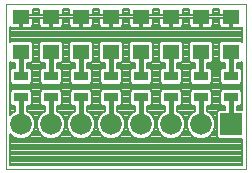
<source format=gtl>
G75*
G70*
%OFA0B0*%
%FSLAX24Y24*%
%IPPOS*%
%LPD*%
%AMOC8*
5,1,8,0,0,1.08239X$1,22.5*
%
%ADD10C,0.0000*%
%ADD11R,0.0551X0.0472*%
%ADD12R,0.0472X0.0315*%
%ADD13R,0.0720X0.0720*%
%ADD14C,0.0720*%
%ADD15C,0.0160*%
%ADD16C,0.0080*%
%ADD17C,0.0400*%
D10*
X000181Y000190D02*
X000181Y005675D01*
X008181Y005675D01*
X008181Y000190D01*
X000181Y000190D01*
D11*
X000681Y004085D03*
X001681Y004085D03*
X002681Y004085D03*
X003681Y004085D03*
X004681Y004085D03*
X005681Y004085D03*
X006681Y004085D03*
X007681Y004085D03*
X007681Y005266D03*
X006681Y005266D03*
X005681Y005266D03*
X004681Y005266D03*
X003681Y005266D03*
X002681Y005266D03*
X001681Y005266D03*
X000681Y005266D03*
D12*
X000681Y003280D03*
X000681Y002571D03*
X001681Y002571D03*
X001681Y003280D03*
X002681Y003280D03*
X002681Y002571D03*
X003681Y002571D03*
X004681Y002571D03*
X004681Y003280D03*
X003681Y003280D03*
X005681Y003280D03*
X005681Y002571D03*
X006681Y002571D03*
X006681Y003280D03*
X007681Y003280D03*
X007681Y002571D03*
D13*
X007681Y001675D03*
D14*
X006681Y001675D03*
X005681Y001675D03*
X004681Y001675D03*
X003681Y001675D03*
X002681Y001675D03*
X001681Y001675D03*
X000681Y001675D03*
D15*
X000681Y002571D01*
X000681Y003280D02*
X000681Y004085D01*
X001681Y004085D02*
X001681Y003280D01*
X001681Y002571D02*
X001681Y001675D01*
X002681Y001675D02*
X002681Y002571D01*
X002681Y003280D02*
X002681Y004085D01*
X003681Y004085D02*
X003681Y003280D01*
X004681Y003280D02*
X004681Y004085D01*
X005681Y004085D02*
X005681Y003280D01*
X005681Y002571D02*
X005681Y001675D01*
X004681Y001675D02*
X004681Y002571D01*
X003681Y002571D02*
X003681Y001675D01*
X006681Y001675D02*
X006681Y002571D01*
X006681Y003280D02*
X006681Y004085D01*
X007681Y004085D02*
X007681Y003280D01*
X007681Y002571D02*
X007681Y001675D01*
D16*
X007201Y001700D02*
X007161Y001700D01*
X007161Y001621D02*
X007201Y001621D01*
X007161Y001580D02*
X007088Y001403D01*
X006953Y001268D01*
X006777Y001195D01*
X006586Y001195D01*
X006409Y001268D01*
X006274Y001403D01*
X006201Y001580D01*
X006201Y001771D01*
X006274Y001947D01*
X006409Y002082D01*
X006481Y002112D01*
X006481Y002294D01*
X006395Y002294D01*
X006325Y002364D01*
X006325Y002778D01*
X006395Y002849D01*
X006967Y002849D01*
X007038Y002778D01*
X007038Y002364D01*
X006967Y002294D01*
X006881Y002294D01*
X006881Y002112D01*
X006953Y002082D01*
X007088Y001947D01*
X007161Y001771D01*
X007161Y001580D01*
X007146Y001543D02*
X007201Y001543D01*
X007201Y001464D02*
X007113Y001464D01*
X007070Y001386D02*
X007201Y001386D01*
X007201Y001307D02*
X006992Y001307D01*
X006857Y001229D02*
X007239Y001229D01*
X007272Y001195D02*
X008041Y001195D01*
X008041Y000330D01*
X000321Y000330D01*
X000321Y001357D01*
X000409Y001268D01*
X000586Y001195D01*
X000777Y001195D01*
X000953Y001268D01*
X001088Y001403D01*
X001161Y001580D01*
X001161Y001771D01*
X001088Y001947D01*
X000953Y002082D01*
X000881Y002112D01*
X000881Y002294D01*
X000967Y002294D01*
X001038Y002364D01*
X001038Y002778D01*
X000967Y002849D01*
X000395Y002849D01*
X000325Y002778D01*
X000325Y002364D01*
X000395Y002294D01*
X000481Y002294D01*
X000481Y002112D01*
X000409Y002082D01*
X000321Y001994D01*
X000321Y003763D01*
X000356Y003729D01*
X000481Y003729D01*
X000481Y003557D01*
X000395Y003557D01*
X000325Y003487D01*
X000325Y003073D01*
X000395Y003002D01*
X000967Y003002D01*
X001038Y003073D01*
X001038Y003487D01*
X000967Y003557D01*
X000881Y003557D01*
X000881Y003729D01*
X001007Y003729D01*
X001077Y003799D01*
X001077Y004371D01*
X001007Y004441D01*
X000356Y004441D01*
X000321Y004406D01*
X000321Y004916D01*
X000348Y004890D01*
X000641Y004890D01*
X000641Y005226D01*
X000721Y005226D01*
X000721Y004890D01*
X001015Y004890D01*
X001097Y004972D01*
X001097Y005226D01*
X000722Y005226D01*
X000722Y005306D01*
X001097Y005306D01*
X001097Y005535D01*
X001266Y005535D01*
X001266Y005306D01*
X001641Y005306D01*
X001641Y005226D01*
X001266Y005226D01*
X001266Y004972D01*
X001348Y004890D01*
X001641Y004890D01*
X001641Y005226D01*
X001721Y005226D01*
X001721Y004890D01*
X002015Y004890D01*
X002097Y004972D01*
X002097Y005226D01*
X001722Y005226D01*
X001722Y005306D01*
X002097Y005306D01*
X002097Y005535D01*
X002266Y005535D01*
X002266Y005306D01*
X002641Y005306D01*
X002641Y005226D01*
X002266Y005226D01*
X002266Y004972D01*
X002348Y004890D01*
X002641Y004890D01*
X002641Y005226D01*
X002721Y005226D01*
X002721Y004890D01*
X003015Y004890D01*
X003097Y004972D01*
X003097Y005226D01*
X002722Y005226D01*
X002722Y005306D01*
X003097Y005306D01*
X003097Y005535D01*
X003266Y005535D01*
X003266Y005306D01*
X003641Y005306D01*
X003641Y005226D01*
X003266Y005226D01*
X003266Y004972D01*
X003348Y004890D01*
X003641Y004890D01*
X003641Y005226D01*
X003721Y005226D01*
X003721Y004890D01*
X004015Y004890D01*
X004097Y004972D01*
X004097Y005226D01*
X003722Y005226D01*
X003722Y005306D01*
X004097Y005306D01*
X004097Y005535D01*
X004266Y005535D01*
X004266Y005306D01*
X004641Y005306D01*
X004641Y005226D01*
X004266Y005226D01*
X004266Y004972D01*
X004348Y004890D01*
X004641Y004890D01*
X004641Y005226D01*
X004721Y005226D01*
X004721Y004890D01*
X005015Y004890D01*
X005097Y004972D01*
X005097Y005226D01*
X004722Y005226D01*
X004722Y005306D01*
X005097Y005306D01*
X005097Y005535D01*
X005266Y005535D01*
X005266Y005306D01*
X005641Y005306D01*
X005641Y005226D01*
X005266Y005226D01*
X005266Y004972D01*
X005348Y004890D01*
X005641Y004890D01*
X005641Y005226D01*
X005721Y005226D01*
X005721Y004890D01*
X006015Y004890D01*
X006097Y004972D01*
X006097Y005226D01*
X005722Y005226D01*
X005722Y005306D01*
X006097Y005306D01*
X006097Y005535D01*
X006266Y005535D01*
X006266Y005306D01*
X006641Y005306D01*
X006641Y005226D01*
X006266Y005226D01*
X006266Y004972D01*
X006348Y004890D01*
X006641Y004890D01*
X006641Y005226D01*
X006721Y005226D01*
X006721Y004890D01*
X007015Y004890D01*
X007097Y004972D01*
X007097Y005226D01*
X006722Y005226D01*
X006722Y005306D01*
X007097Y005306D01*
X007097Y005535D01*
X007266Y005535D01*
X007266Y005306D01*
X007641Y005306D01*
X007641Y005226D01*
X007266Y005226D01*
X007266Y004972D01*
X007348Y004890D01*
X007641Y004890D01*
X007641Y005226D01*
X007721Y005226D01*
X007721Y004890D01*
X008015Y004890D01*
X008041Y004916D01*
X008041Y004406D01*
X008007Y004441D01*
X007356Y004441D01*
X007286Y004371D01*
X007286Y003799D01*
X007356Y003729D01*
X007481Y003729D01*
X007481Y003557D01*
X007395Y003557D01*
X007325Y003487D01*
X007325Y003073D01*
X007395Y003002D01*
X007967Y003002D01*
X008038Y003073D01*
X008038Y003487D01*
X007967Y003557D01*
X007881Y003557D01*
X007881Y003729D01*
X008007Y003729D01*
X008041Y003763D01*
X008041Y002155D01*
X007881Y002155D01*
X007881Y002294D01*
X007967Y002294D01*
X008038Y002364D01*
X008038Y002778D01*
X007967Y002849D01*
X007395Y002849D01*
X007325Y002778D01*
X007325Y002364D01*
X007395Y002294D01*
X007481Y002294D01*
X007481Y002155D01*
X007272Y002155D01*
X007201Y002085D01*
X007201Y001266D01*
X007272Y001195D01*
X006506Y001229D02*
X005857Y001229D01*
X005777Y001195D02*
X005953Y001268D01*
X006088Y001403D01*
X006161Y001580D01*
X006161Y001771D01*
X006088Y001947D01*
X005953Y002082D01*
X005881Y002112D01*
X005881Y002294D01*
X005967Y002294D01*
X006038Y002364D01*
X006038Y002778D01*
X005967Y002849D01*
X005395Y002849D01*
X005325Y002778D01*
X005325Y002364D01*
X005395Y002294D01*
X005481Y002294D01*
X005481Y002112D01*
X005409Y002082D01*
X005274Y001947D01*
X005201Y001771D01*
X005201Y001580D01*
X005274Y001403D01*
X005409Y001268D01*
X005586Y001195D01*
X005777Y001195D01*
X005992Y001307D02*
X006371Y001307D01*
X006292Y001386D02*
X006070Y001386D01*
X006113Y001464D02*
X006249Y001464D01*
X006217Y001543D02*
X006146Y001543D01*
X006161Y001621D02*
X006201Y001621D01*
X006201Y001700D02*
X006161Y001700D01*
X006158Y001778D02*
X006205Y001778D01*
X006237Y001857D02*
X006126Y001857D01*
X006093Y001935D02*
X006270Y001935D01*
X006341Y002014D02*
X006022Y002014D01*
X005929Y002093D02*
X006434Y002093D01*
X006481Y002171D02*
X005881Y002171D01*
X005881Y002250D02*
X006481Y002250D01*
X006361Y002328D02*
X006002Y002328D01*
X006038Y002407D02*
X006325Y002407D01*
X006325Y002485D02*
X006038Y002485D01*
X006038Y002564D02*
X006325Y002564D01*
X006325Y002642D02*
X006038Y002642D01*
X006038Y002721D02*
X006325Y002721D01*
X006346Y002799D02*
X006016Y002799D01*
X005967Y003002D02*
X006038Y003073D01*
X006038Y003487D01*
X005967Y003557D01*
X005881Y003557D01*
X005881Y003729D01*
X006007Y003729D01*
X006077Y003799D01*
X006077Y004371D01*
X006007Y004441D01*
X005356Y004441D01*
X005286Y004371D01*
X005286Y003799D01*
X005356Y003729D01*
X005481Y003729D01*
X005481Y003557D01*
X005395Y003557D01*
X005325Y003487D01*
X005325Y003073D01*
X005395Y003002D01*
X005967Y003002D01*
X006000Y003035D02*
X006363Y003035D01*
X006395Y003002D02*
X006967Y003002D01*
X007038Y003073D01*
X007038Y003487D01*
X006967Y003557D01*
X006881Y003557D01*
X006881Y003729D01*
X007007Y003729D01*
X007077Y003799D01*
X007077Y004371D01*
X007007Y004441D01*
X006356Y004441D01*
X006286Y004371D01*
X006286Y003799D01*
X006356Y003729D01*
X006481Y003729D01*
X006481Y003557D01*
X006395Y003557D01*
X006325Y003487D01*
X006325Y003073D01*
X006395Y003002D01*
X006325Y003114D02*
X006038Y003114D01*
X006038Y003192D02*
X006325Y003192D01*
X006325Y003271D02*
X006038Y003271D01*
X006038Y003349D02*
X006325Y003349D01*
X006325Y003428D02*
X006038Y003428D01*
X006018Y003506D02*
X006345Y003506D01*
X006481Y003585D02*
X005881Y003585D01*
X005881Y003663D02*
X006481Y003663D01*
X006343Y003742D02*
X006020Y003742D01*
X006077Y003820D02*
X006286Y003820D01*
X006286Y003899D02*
X006077Y003899D01*
X006077Y003978D02*
X006286Y003978D01*
X006286Y004056D02*
X006077Y004056D01*
X006077Y004135D02*
X006286Y004135D01*
X006286Y004213D02*
X006077Y004213D01*
X006077Y004292D02*
X006286Y004292D01*
X006286Y004370D02*
X006077Y004370D01*
X006045Y004920D02*
X006317Y004920D01*
X006266Y004999D02*
X006097Y004999D01*
X006097Y005077D02*
X006266Y005077D01*
X006266Y005156D02*
X006097Y005156D01*
X006097Y005313D02*
X006266Y005313D01*
X006266Y005391D02*
X006097Y005391D01*
X006097Y005470D02*
X006266Y005470D01*
X006641Y005234D02*
X005722Y005234D01*
X005641Y005234D02*
X004722Y005234D01*
X004641Y005234D02*
X003722Y005234D01*
X003641Y005234D02*
X002722Y005234D01*
X002641Y005234D02*
X001722Y005234D01*
X001641Y005234D02*
X000722Y005234D01*
X000721Y005156D02*
X000641Y005156D01*
X000641Y005077D02*
X000721Y005077D01*
X000721Y004999D02*
X000641Y004999D01*
X000641Y004920D02*
X000721Y004920D01*
X001045Y004920D02*
X001317Y004920D01*
X001266Y004999D02*
X001097Y004999D01*
X001097Y005077D02*
X001266Y005077D01*
X001266Y005156D02*
X001097Y005156D01*
X001097Y005313D02*
X001266Y005313D01*
X001266Y005391D02*
X001097Y005391D01*
X001097Y005470D02*
X001266Y005470D01*
X001641Y005156D02*
X001721Y005156D01*
X001721Y005077D02*
X001641Y005077D01*
X001641Y004999D02*
X001721Y004999D01*
X001721Y004920D02*
X001641Y004920D01*
X002045Y004920D02*
X002317Y004920D01*
X002266Y004999D02*
X002097Y004999D01*
X002097Y005077D02*
X002266Y005077D01*
X002266Y005156D02*
X002097Y005156D01*
X002097Y005313D02*
X002266Y005313D01*
X002266Y005391D02*
X002097Y005391D01*
X002097Y005470D02*
X002266Y005470D01*
X002641Y005156D02*
X002721Y005156D01*
X002721Y005077D02*
X002641Y005077D01*
X002641Y004999D02*
X002721Y004999D01*
X002721Y004920D02*
X002641Y004920D01*
X003045Y004920D02*
X003317Y004920D01*
X003266Y004999D02*
X003097Y004999D01*
X003097Y005077D02*
X003266Y005077D01*
X003266Y005156D02*
X003097Y005156D01*
X003097Y005313D02*
X003266Y005313D01*
X003266Y005391D02*
X003097Y005391D01*
X003097Y005470D02*
X003266Y005470D01*
X003641Y005156D02*
X003721Y005156D01*
X003721Y005077D02*
X003641Y005077D01*
X003641Y004999D02*
X003721Y004999D01*
X003721Y004920D02*
X003641Y004920D01*
X004045Y004920D02*
X004317Y004920D01*
X004266Y004999D02*
X004097Y004999D01*
X004097Y005077D02*
X004266Y005077D01*
X004266Y005156D02*
X004097Y005156D01*
X004097Y005313D02*
X004266Y005313D01*
X004266Y005391D02*
X004097Y005391D01*
X004097Y005470D02*
X004266Y005470D01*
X004641Y005156D02*
X004721Y005156D01*
X004721Y005077D02*
X004641Y005077D01*
X004641Y004999D02*
X004721Y004999D01*
X004721Y004920D02*
X004641Y004920D01*
X005045Y004920D02*
X005317Y004920D01*
X005266Y004999D02*
X005097Y004999D01*
X005097Y005077D02*
X005266Y005077D01*
X005266Y005156D02*
X005097Y005156D01*
X005097Y005313D02*
X005266Y005313D01*
X005266Y005391D02*
X005097Y005391D01*
X005097Y005470D02*
X005266Y005470D01*
X005641Y005156D02*
X005721Y005156D01*
X005721Y005077D02*
X005641Y005077D01*
X005641Y004999D02*
X005721Y004999D01*
X005721Y004920D02*
X005641Y004920D01*
X005077Y004371D02*
X005007Y004441D01*
X004356Y004441D01*
X004286Y004371D01*
X004286Y003799D01*
X004356Y003729D01*
X004481Y003729D01*
X004481Y003557D01*
X004395Y003557D01*
X004325Y003487D01*
X004325Y003073D01*
X004395Y003002D01*
X004967Y003002D01*
X005038Y003073D01*
X005038Y003487D01*
X004967Y003557D01*
X004881Y003557D01*
X004881Y003729D01*
X005007Y003729D01*
X005077Y003799D01*
X005077Y004371D01*
X005077Y004370D02*
X005286Y004370D01*
X005286Y004292D02*
X005077Y004292D01*
X005077Y004213D02*
X005286Y004213D01*
X005286Y004135D02*
X005077Y004135D01*
X005077Y004056D02*
X005286Y004056D01*
X005286Y003978D02*
X005077Y003978D01*
X005077Y003899D02*
X005286Y003899D01*
X005286Y003820D02*
X005077Y003820D01*
X005020Y003742D02*
X005343Y003742D01*
X005481Y003663D02*
X004881Y003663D01*
X004881Y003585D02*
X005481Y003585D01*
X005345Y003506D02*
X005018Y003506D01*
X005038Y003428D02*
X005325Y003428D01*
X005325Y003349D02*
X005038Y003349D01*
X005038Y003271D02*
X005325Y003271D01*
X005325Y003192D02*
X005038Y003192D01*
X005038Y003114D02*
X005325Y003114D01*
X005363Y003035D02*
X005000Y003035D01*
X004967Y002849D02*
X004395Y002849D01*
X004325Y002778D01*
X004325Y002364D01*
X004395Y002294D01*
X004481Y002294D01*
X004481Y002112D01*
X004409Y002082D01*
X004274Y001947D01*
X004201Y001771D01*
X004201Y001580D01*
X004274Y001403D01*
X004409Y001268D01*
X004586Y001195D01*
X004777Y001195D01*
X004953Y001268D01*
X005088Y001403D01*
X005161Y001580D01*
X005161Y001771D01*
X005088Y001947D01*
X004953Y002082D01*
X004881Y002112D01*
X004881Y002294D01*
X004967Y002294D01*
X005038Y002364D01*
X005038Y002778D01*
X004967Y002849D01*
X005016Y002799D02*
X005346Y002799D01*
X005325Y002721D02*
X005038Y002721D01*
X005038Y002642D02*
X005325Y002642D01*
X005325Y002564D02*
X005038Y002564D01*
X005038Y002485D02*
X005325Y002485D01*
X005325Y002407D02*
X005038Y002407D01*
X005002Y002328D02*
X005361Y002328D01*
X005481Y002250D02*
X004881Y002250D01*
X004881Y002171D02*
X005481Y002171D01*
X005434Y002093D02*
X004929Y002093D01*
X005022Y002014D02*
X005341Y002014D01*
X005270Y001935D02*
X005093Y001935D01*
X005126Y001857D02*
X005237Y001857D01*
X005205Y001778D02*
X005158Y001778D01*
X005161Y001700D02*
X005201Y001700D01*
X005201Y001621D02*
X005161Y001621D01*
X005146Y001543D02*
X005217Y001543D01*
X005249Y001464D02*
X005113Y001464D01*
X005070Y001386D02*
X005292Y001386D01*
X005371Y001307D02*
X004992Y001307D01*
X004857Y001229D02*
X005506Y001229D01*
X004506Y001229D02*
X003857Y001229D01*
X003777Y001195D02*
X003953Y001268D01*
X004088Y001403D01*
X004161Y001580D01*
X004161Y001771D01*
X004088Y001947D01*
X003953Y002082D01*
X003881Y002112D01*
X003881Y002294D01*
X003967Y002294D01*
X004038Y002364D01*
X004038Y002778D01*
X003967Y002849D01*
X003395Y002849D01*
X003325Y002778D01*
X003325Y002364D01*
X003395Y002294D01*
X003481Y002294D01*
X003481Y002112D01*
X003409Y002082D01*
X003274Y001947D01*
X003201Y001771D01*
X003201Y001580D01*
X003274Y001403D01*
X003409Y001268D01*
X003586Y001195D01*
X003777Y001195D01*
X003992Y001307D02*
X004371Y001307D01*
X004292Y001386D02*
X004070Y001386D01*
X004113Y001464D02*
X004249Y001464D01*
X004217Y001543D02*
X004146Y001543D01*
X004161Y001621D02*
X004201Y001621D01*
X004201Y001700D02*
X004161Y001700D01*
X004158Y001778D02*
X004205Y001778D01*
X004237Y001857D02*
X004126Y001857D01*
X004093Y001935D02*
X004270Y001935D01*
X004341Y002014D02*
X004022Y002014D01*
X003929Y002093D02*
X004434Y002093D01*
X004481Y002171D02*
X003881Y002171D01*
X003881Y002250D02*
X004481Y002250D01*
X004361Y002328D02*
X004002Y002328D01*
X004038Y002407D02*
X004325Y002407D01*
X004325Y002485D02*
X004038Y002485D01*
X004038Y002564D02*
X004325Y002564D01*
X004325Y002642D02*
X004038Y002642D01*
X004038Y002721D02*
X004325Y002721D01*
X004346Y002799D02*
X004016Y002799D01*
X003967Y003002D02*
X004038Y003073D01*
X004038Y003487D01*
X003967Y003557D01*
X003881Y003557D01*
X003881Y003729D01*
X004007Y003729D01*
X004077Y003799D01*
X004077Y004371D01*
X004007Y004441D01*
X003356Y004441D01*
X003286Y004371D01*
X003286Y003799D01*
X003356Y003729D01*
X003481Y003729D01*
X003481Y003557D01*
X003395Y003557D01*
X003325Y003487D01*
X003325Y003073D01*
X003395Y003002D01*
X003967Y003002D01*
X004000Y003035D02*
X004363Y003035D01*
X004325Y003114D02*
X004038Y003114D01*
X004038Y003192D02*
X004325Y003192D01*
X004325Y003271D02*
X004038Y003271D01*
X004038Y003349D02*
X004325Y003349D01*
X004325Y003428D02*
X004038Y003428D01*
X004018Y003506D02*
X004345Y003506D01*
X004481Y003585D02*
X003881Y003585D01*
X003881Y003663D02*
X004481Y003663D01*
X004343Y003742D02*
X004020Y003742D01*
X004077Y003820D02*
X004286Y003820D01*
X004286Y003899D02*
X004077Y003899D01*
X004077Y003978D02*
X004286Y003978D01*
X004286Y004056D02*
X004077Y004056D01*
X004077Y004135D02*
X004286Y004135D01*
X004286Y004213D02*
X004077Y004213D01*
X004077Y004292D02*
X004286Y004292D01*
X004286Y004370D02*
X004077Y004370D01*
X003286Y004370D02*
X003077Y004370D01*
X003077Y004371D02*
X003007Y004441D01*
X002356Y004441D01*
X002286Y004371D01*
X002286Y003799D01*
X002356Y003729D01*
X002481Y003729D01*
X002481Y003557D01*
X002395Y003557D01*
X002325Y003487D01*
X002325Y003073D01*
X002395Y003002D01*
X002967Y003002D01*
X003038Y003073D01*
X003038Y003487D01*
X002967Y003557D01*
X002881Y003557D01*
X002881Y003729D01*
X003007Y003729D01*
X003077Y003799D01*
X003077Y004371D01*
X003077Y004292D02*
X003286Y004292D01*
X003286Y004213D02*
X003077Y004213D01*
X003077Y004135D02*
X003286Y004135D01*
X003286Y004056D02*
X003077Y004056D01*
X003077Y003978D02*
X003286Y003978D01*
X003286Y003899D02*
X003077Y003899D01*
X003077Y003820D02*
X003286Y003820D01*
X003343Y003742D02*
X003020Y003742D01*
X002881Y003663D02*
X003481Y003663D01*
X003481Y003585D02*
X002881Y003585D01*
X003018Y003506D02*
X003345Y003506D01*
X003325Y003428D02*
X003038Y003428D01*
X003038Y003349D02*
X003325Y003349D01*
X003325Y003271D02*
X003038Y003271D01*
X003038Y003192D02*
X003325Y003192D01*
X003325Y003114D02*
X003038Y003114D01*
X003000Y003035D02*
X003363Y003035D01*
X003346Y002799D02*
X003016Y002799D01*
X003038Y002778D02*
X002967Y002849D01*
X002395Y002849D01*
X002325Y002778D01*
X002325Y002364D01*
X002395Y002294D01*
X002481Y002294D01*
X002481Y002112D01*
X002409Y002082D01*
X002274Y001947D01*
X002201Y001771D01*
X002201Y001580D01*
X002274Y001403D01*
X002409Y001268D01*
X002586Y001195D01*
X002777Y001195D01*
X002953Y001268D01*
X003088Y001403D01*
X003161Y001580D01*
X003161Y001771D01*
X003088Y001947D01*
X002953Y002082D01*
X002881Y002112D01*
X002881Y002294D01*
X002967Y002294D01*
X003038Y002364D01*
X003038Y002778D01*
X003038Y002721D02*
X003325Y002721D01*
X003325Y002642D02*
X003038Y002642D01*
X003038Y002564D02*
X003325Y002564D01*
X003325Y002485D02*
X003038Y002485D01*
X003038Y002407D02*
X003325Y002407D01*
X003361Y002328D02*
X003002Y002328D01*
X002881Y002250D02*
X003481Y002250D01*
X003481Y002171D02*
X002881Y002171D01*
X002929Y002093D02*
X003434Y002093D01*
X003341Y002014D02*
X003022Y002014D01*
X003093Y001935D02*
X003270Y001935D01*
X003237Y001857D02*
X003126Y001857D01*
X003158Y001778D02*
X003205Y001778D01*
X003201Y001700D02*
X003161Y001700D01*
X003161Y001621D02*
X003201Y001621D01*
X003217Y001543D02*
X003146Y001543D01*
X003113Y001464D02*
X003249Y001464D01*
X003292Y001386D02*
X003070Y001386D01*
X002992Y001307D02*
X003371Y001307D01*
X003506Y001229D02*
X002857Y001229D01*
X002506Y001229D02*
X001857Y001229D01*
X001777Y001195D02*
X001953Y001268D01*
X002088Y001403D01*
X002161Y001580D01*
X002161Y001771D01*
X002088Y001947D01*
X001953Y002082D01*
X001881Y002112D01*
X001881Y002294D01*
X001967Y002294D01*
X002038Y002364D01*
X002038Y002778D01*
X001967Y002849D01*
X001395Y002849D01*
X001325Y002778D01*
X001325Y002364D01*
X001395Y002294D01*
X001481Y002294D01*
X001481Y002112D01*
X001409Y002082D01*
X001274Y001947D01*
X001201Y001771D01*
X001201Y001580D01*
X001274Y001403D01*
X001409Y001268D01*
X001586Y001195D01*
X001777Y001195D01*
X001992Y001307D02*
X002371Y001307D01*
X002292Y001386D02*
X002070Y001386D01*
X002113Y001464D02*
X002249Y001464D01*
X002217Y001543D02*
X002146Y001543D01*
X002161Y001621D02*
X002201Y001621D01*
X002201Y001700D02*
X002161Y001700D01*
X002158Y001778D02*
X002205Y001778D01*
X002237Y001857D02*
X002126Y001857D01*
X002093Y001935D02*
X002270Y001935D01*
X002341Y002014D02*
X002022Y002014D01*
X001929Y002093D02*
X002434Y002093D01*
X002481Y002171D02*
X001881Y002171D01*
X001881Y002250D02*
X002481Y002250D01*
X002361Y002328D02*
X002002Y002328D01*
X002038Y002407D02*
X002325Y002407D01*
X002325Y002485D02*
X002038Y002485D01*
X002038Y002564D02*
X002325Y002564D01*
X002325Y002642D02*
X002038Y002642D01*
X002038Y002721D02*
X002325Y002721D01*
X002346Y002799D02*
X002016Y002799D01*
X001967Y003002D02*
X002038Y003073D01*
X002038Y003487D01*
X001967Y003557D01*
X001881Y003557D01*
X001881Y003729D01*
X002007Y003729D01*
X002077Y003799D01*
X002077Y004371D01*
X002007Y004441D01*
X001356Y004441D01*
X001286Y004371D01*
X001286Y003799D01*
X001356Y003729D01*
X001481Y003729D01*
X001481Y003557D01*
X001395Y003557D01*
X001325Y003487D01*
X001325Y003073D01*
X001395Y003002D01*
X001967Y003002D01*
X002000Y003035D02*
X002363Y003035D01*
X002325Y003114D02*
X002038Y003114D01*
X002038Y003192D02*
X002325Y003192D01*
X002325Y003271D02*
X002038Y003271D01*
X002038Y003349D02*
X002325Y003349D01*
X002325Y003428D02*
X002038Y003428D01*
X002018Y003506D02*
X002345Y003506D01*
X002481Y003585D02*
X001881Y003585D01*
X001881Y003663D02*
X002481Y003663D01*
X002343Y003742D02*
X002020Y003742D01*
X002077Y003820D02*
X002286Y003820D01*
X002286Y003899D02*
X002077Y003899D01*
X002077Y003978D02*
X002286Y003978D01*
X002286Y004056D02*
X002077Y004056D01*
X002077Y004135D02*
X002286Y004135D01*
X002286Y004213D02*
X002077Y004213D01*
X002077Y004292D02*
X002286Y004292D01*
X002286Y004370D02*
X002077Y004370D01*
X001286Y004370D02*
X001077Y004370D01*
X001077Y004292D02*
X001286Y004292D01*
X001286Y004213D02*
X001077Y004213D01*
X001077Y004135D02*
X001286Y004135D01*
X001286Y004056D02*
X001077Y004056D01*
X001077Y003978D02*
X001286Y003978D01*
X001286Y003899D02*
X001077Y003899D01*
X001077Y003820D02*
X001286Y003820D01*
X001343Y003742D02*
X001020Y003742D01*
X000881Y003663D02*
X001481Y003663D01*
X001481Y003585D02*
X000881Y003585D01*
X001018Y003506D02*
X001345Y003506D01*
X001325Y003428D02*
X001038Y003428D01*
X001038Y003349D02*
X001325Y003349D01*
X001325Y003271D02*
X001038Y003271D01*
X001038Y003192D02*
X001325Y003192D01*
X001325Y003114D02*
X001038Y003114D01*
X001000Y003035D02*
X001363Y003035D01*
X001346Y002799D02*
X001016Y002799D01*
X001038Y002721D02*
X001325Y002721D01*
X001325Y002642D02*
X001038Y002642D01*
X001038Y002564D02*
X001325Y002564D01*
X001325Y002485D02*
X001038Y002485D01*
X001038Y002407D02*
X001325Y002407D01*
X001361Y002328D02*
X001002Y002328D01*
X000881Y002250D02*
X001481Y002250D01*
X001481Y002171D02*
X000881Y002171D01*
X000929Y002093D02*
X001434Y002093D01*
X001341Y002014D02*
X001022Y002014D01*
X001093Y001935D02*
X001270Y001935D01*
X001237Y001857D02*
X001126Y001857D01*
X001158Y001778D02*
X001205Y001778D01*
X001201Y001700D02*
X001161Y001700D01*
X001161Y001621D02*
X001201Y001621D01*
X001217Y001543D02*
X001146Y001543D01*
X001113Y001464D02*
X001249Y001464D01*
X001292Y001386D02*
X001070Y001386D01*
X000992Y001307D02*
X001371Y001307D01*
X001506Y001229D02*
X000857Y001229D01*
X000506Y001229D02*
X000321Y001229D01*
X000321Y001150D02*
X008041Y001150D01*
X008041Y001071D02*
X000321Y001071D01*
X000321Y000993D02*
X008041Y000993D01*
X008041Y000914D02*
X000321Y000914D01*
X000321Y000836D02*
X008041Y000836D01*
X008041Y000757D02*
X000321Y000757D01*
X000321Y000679D02*
X008041Y000679D01*
X008041Y000600D02*
X000321Y000600D01*
X000321Y000522D02*
X008041Y000522D01*
X008041Y000443D02*
X000321Y000443D01*
X000321Y000365D02*
X008041Y000365D01*
X007201Y001778D02*
X007158Y001778D01*
X007126Y001857D02*
X007201Y001857D01*
X007201Y001935D02*
X007093Y001935D01*
X007022Y002014D02*
X007201Y002014D01*
X007209Y002093D02*
X006929Y002093D01*
X006881Y002171D02*
X007481Y002171D01*
X007481Y002250D02*
X006881Y002250D01*
X007002Y002328D02*
X007361Y002328D01*
X007325Y002407D02*
X007038Y002407D01*
X007038Y002485D02*
X007325Y002485D01*
X007325Y002564D02*
X007038Y002564D01*
X007038Y002642D02*
X007325Y002642D01*
X007325Y002721D02*
X007038Y002721D01*
X007016Y002799D02*
X007346Y002799D01*
X007363Y003035D02*
X007000Y003035D01*
X007038Y003114D02*
X007325Y003114D01*
X007325Y003192D02*
X007038Y003192D01*
X007038Y003271D02*
X007325Y003271D01*
X007325Y003349D02*
X007038Y003349D01*
X007038Y003428D02*
X007325Y003428D01*
X007345Y003506D02*
X007018Y003506D01*
X006881Y003585D02*
X007481Y003585D01*
X007481Y003663D02*
X006881Y003663D01*
X007020Y003742D02*
X007343Y003742D01*
X007286Y003820D02*
X007077Y003820D01*
X007077Y003899D02*
X007286Y003899D01*
X007286Y003978D02*
X007077Y003978D01*
X007077Y004056D02*
X007286Y004056D01*
X007286Y004135D02*
X007077Y004135D01*
X007077Y004213D02*
X007286Y004213D01*
X007286Y004292D02*
X007077Y004292D01*
X007077Y004370D02*
X007286Y004370D01*
X007317Y004920D02*
X007045Y004920D01*
X007097Y004999D02*
X007266Y004999D01*
X007266Y005077D02*
X007097Y005077D01*
X007097Y005156D02*
X007266Y005156D01*
X007266Y005313D02*
X007097Y005313D01*
X007097Y005391D02*
X007266Y005391D01*
X007266Y005470D02*
X007097Y005470D01*
X006722Y005234D02*
X007641Y005234D01*
X007641Y005156D02*
X007721Y005156D01*
X007721Y005077D02*
X007641Y005077D01*
X007641Y004999D02*
X007721Y004999D01*
X007721Y004920D02*
X007641Y004920D01*
X008041Y004842D02*
X000321Y004842D01*
X000321Y004763D02*
X008041Y004763D01*
X008041Y004684D02*
X000321Y004684D01*
X000321Y004606D02*
X008041Y004606D01*
X008041Y004527D02*
X000321Y004527D01*
X000321Y004449D02*
X008041Y004449D01*
X008020Y003742D02*
X008041Y003742D01*
X008041Y003663D02*
X007881Y003663D01*
X007881Y003585D02*
X008041Y003585D01*
X008041Y003506D02*
X008018Y003506D01*
X008038Y003428D02*
X008041Y003428D01*
X008038Y003349D02*
X008041Y003349D01*
X008038Y003271D02*
X008041Y003271D01*
X008038Y003192D02*
X008041Y003192D01*
X008038Y003114D02*
X008041Y003114D01*
X008041Y003035D02*
X008000Y003035D01*
X008041Y002956D02*
X000321Y002956D01*
X000321Y002878D02*
X008041Y002878D01*
X008041Y002799D02*
X008016Y002799D01*
X008038Y002721D02*
X008041Y002721D01*
X008038Y002642D02*
X008041Y002642D01*
X008038Y002564D02*
X008041Y002564D01*
X008038Y002485D02*
X008041Y002485D01*
X008038Y002407D02*
X008041Y002407D01*
X008041Y002328D02*
X008002Y002328D01*
X008041Y002250D02*
X007881Y002250D01*
X007881Y002171D02*
X008041Y002171D01*
X006721Y004920D02*
X006641Y004920D01*
X006641Y004999D02*
X006721Y004999D01*
X006721Y005077D02*
X006641Y005077D01*
X006641Y005156D02*
X006721Y005156D01*
X000481Y003663D02*
X000321Y003663D01*
X000321Y003585D02*
X000481Y003585D01*
X000345Y003506D02*
X000321Y003506D01*
X000321Y003428D02*
X000325Y003428D01*
X000321Y003349D02*
X000325Y003349D01*
X000321Y003271D02*
X000325Y003271D01*
X000321Y003192D02*
X000325Y003192D01*
X000321Y003114D02*
X000325Y003114D01*
X000321Y003035D02*
X000363Y003035D01*
X000346Y002799D02*
X000321Y002799D01*
X000321Y002721D02*
X000325Y002721D01*
X000321Y002642D02*
X000325Y002642D01*
X000321Y002564D02*
X000325Y002564D01*
X000321Y002485D02*
X000325Y002485D01*
X000321Y002407D02*
X000325Y002407D01*
X000321Y002328D02*
X000361Y002328D01*
X000321Y002250D02*
X000481Y002250D01*
X000481Y002171D02*
X000321Y002171D01*
X000321Y002093D02*
X000434Y002093D01*
X000341Y002014D02*
X000321Y002014D01*
X000321Y001307D02*
X000371Y001307D01*
X000321Y003742D02*
X000343Y003742D01*
D17*
X007181Y003550D03*
M02*

</source>
